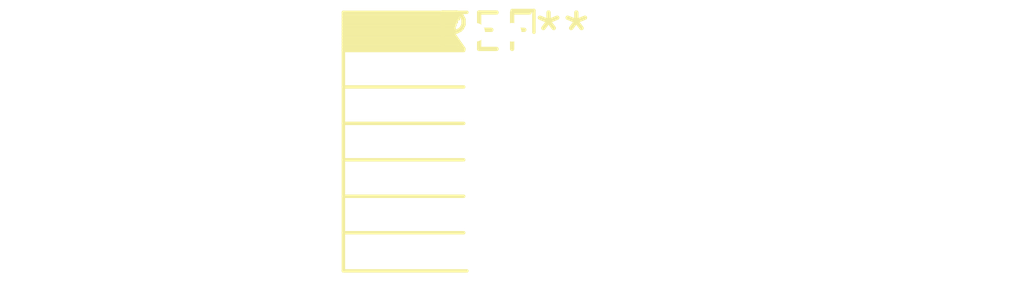
<source format=kicad_pcb>
(kicad_pcb (version 20240108) (generator pcbnew)
  (layers (0 "F.Cu" signal) (31 "B.Cu" signal) (34 "B.Paste" user) (35 "F.Paste" user) (36 "B.SilkS" user "B.Silkscreen") (37 "F.SilkS" user "F.Silkscreen") (38 "B.Mask" user) (39 "F.Mask" user) (44 "Edge.Cuts" user))
  (net 0 "")
  (footprint "PinSocket_2x07_P1.27mm_Horizontal" (layer "F.Cu") (at 0 0)
    (property "Reference" "REF**")
    (property "Value" "PinSocket_2x07_P1.27mm_Horizontal")
    (fp_line (start -5.88 -0.695) (end -5.88 8.315) (layer "F.SilkS") (stroke (width 0.12)))
    (fp_line (start -5.88 -0.695) (end -1.57753 -0.695) (layer "F.SilkS") (stroke (width 0.12)))
    (fp_line (start -5.88 -0.575) (end -1.766966 -0.575) (layer "F.SilkS") (stroke (width 0.12)))
    (fp_line (start -5.88 -0.465) (end -1.871145 -0.465) (layer "F.SilkS") (stroke (width 0.12)))
    (fp_line (start -5.88 -0.355) (end -1.941993 -0.355) (layer "F.SilkS") (stroke (width 0.12)))
    (fp_line (start -5.88 -0.245) (end -1.989427 -0.245) (layer "F.SilkS") (stroke (width 0.12)))
    (fp_line (start -5.88 -0.135) (end -2.017914 -0.135) (layer "F.SilkS") (stroke (width 0.12)))
    (fp_line (start -5.88 -0.025) (end -2.029589 -0.025) (layer "F.SilkS") (stroke (width 0.12)))
    (fp_line (start -5.88 0.085) (end -2.025232 0.085) (layer "F.SilkS") (stroke (width 0.12)))
    (fp_line (start -5.88 0.195) (end -2.004558 0.195) (layer "F.SilkS") (stroke (width 0.12)))
    (fp_line (start -5.88 0.305) (end -1.966114 0.305) (layer "F.SilkS") (stroke (width 0.12)))
    (fp_line (start -5.88 0.415) (end -1.906691 0.415) (layer "F.SilkS") (stroke (width 0.12)))
    (fp_line (start -5.88 0.525) (end -1.819523 0.525) (layer "F.SilkS") (stroke (width 0.12)))
    (fp_line (start -5.88 0.635) (end -1.687582 0.635) (layer "F.SilkS") (stroke (width 0.12)))
    (fp_line (start -5.88 1.905) (end -1.687582 1.905) (layer "F.SilkS") (stroke (width 0.12)))
    (fp_line (start -5.88 3.175) (end -1.687582 3.175) (layer "F.SilkS") (stroke (width 0.12)))
    (fp_line (start -5.88 4.445) (end -1.687582 4.445) (layer "F.SilkS") (stroke (width 0.12)))
    (fp_line (start -5.88 5.715) (end -1.687582 5.715) (layer "F.SilkS") (stroke (width 0.12)))
    (fp_line (start -5.88 6.985) (end -1.687582 6.985) (layer "F.SilkS") (stroke (width 0.12)))
    (fp_line (start -5.88 8.315) (end -1.57753 8.315) (layer "F.SilkS") (stroke (width 0.12)))
    (fp_line (start 0 -0.76) (end 0.76 -0.76) (layer "F.SilkS") (stroke (width 0.12)))
    (fp_line (start 0.76 -0.76) (end 0.76 0) (layer "F.SilkS") (stroke (width 0.12)))
    (pad "1" thru_hole rect (at 0 0) (size 1 1) (drill 0.65) (layers *.Cu *.Mask) (remove_unused_layers))
    (pad "2" thru_hole oval (at -1.27 0) (size 1 1) (drill 0.65) (layers *.Cu *.Mask) (remove_unused_layers))
    (pad "3" thru_hole oval (at 0 1.27) (size 1 1) (drill 0.65) (layers *.Cu *.Mask) (remove_unused_layers))
    (pad "4" thru_hole oval (at -1.27 1.27) (size 1 1) (drill 0.65) (layers *.Cu *.Mask) (remove_unused_layers))
    (pad "5" thru_hole oval (at 0 2.54) (size 1 1) (drill 0.65) (layers *.Cu *.Mask) (remove_unused_layers))
    (pad "6" thru_hole oval (at -1.27 2.54) (size 1 1) (drill 0.65) (layers *.Cu *.Mask) (remove_unused_layers))
    (pad "7" thru_hole oval (at 0 3.81) (size 1 1) (drill 0.65) (layers *.Cu *.Mask) (remove_unused_layers))
    (pad "8" thru_hole oval (at -1.27 3.81) (size 1 1) (drill 0.65) (layers *.Cu *.Mask) (remove_unused_layers))
    (pad "9" thru_hole oval (at 0 5.08) (size 1 1) (drill 0.65) (layers *.Cu *.Mask) (remove_unused_layers))
    (pad "10" thru_hole oval (at -1.27 5.08) (size 1 1) (drill 0.65) (layers *.Cu *.Mask) (remove_unused_layers))
    (pad "11" thru_hole oval (at 0 6.35) (size 1 1) (drill 0.65) (layers *.Cu *.Mask) (remove_unused_layers))
    (pad "12" thru_hole oval (at -1.27 6.35) (size 1 1) (drill 0.65) (layers *.Cu *.Mask) (remove_unused_layers))
    (pad "13" thru_hole oval (at 0 7.62) (size 1 1) (drill 0.65) (layers *.Cu *.Mask) (remove_unused_layers))
    (pad "14" thru_hole oval (at -1.27 7.62) (size 1 1) (drill 0.65) (layers *.Cu *.Mask) (remove_unused_layers))
  )
)
</source>
